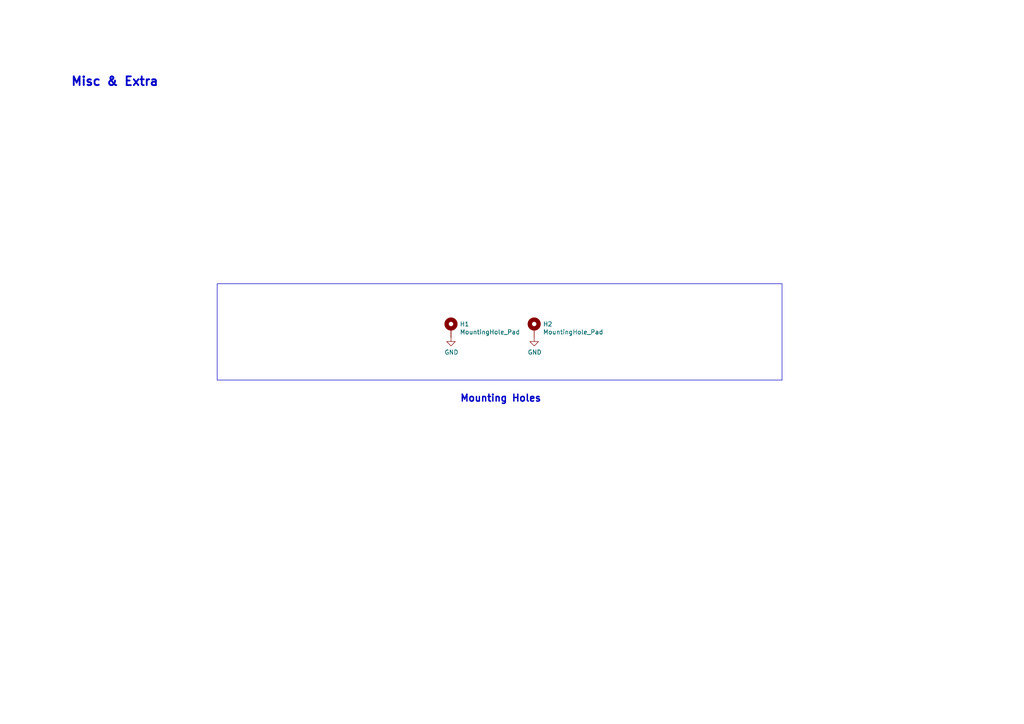
<source format=kicad_sch>
(kicad_sch (version 20250114) (generator "eeschema") (generator_version "9.0")
  (paper "A4")
  (title_block (title "Thunder4671") (date "2023-02-07") (rev "V1.0") (company "Yaseen M. Twati"))
  (lib_symbols
    (symbol "Mechanical:MountingHole_Pad" (pin_numbers (hide yes)) (pin_names (offset 1.016) (hide yes))
      (property "Reference" "H" (at 0 6.35 0))
      (property "Value" "MountingHole_Pad" (at 0 4.445 0))
      (symbol "MountingHole_Pad_0_1"
        (circle (center 0 1.27) (radius 1.27) (stroke (width 1.27)))
      )
      (symbol "MountingHole_Pad_1_1"
        (pin input line (at 0 -2.54 90) (length 2.54) (name "1") (number "1"))
      )
    )
    (symbol "power:GND" (power) (pin_names (offset 0))
      (property "Value" "GND" (at 0 -3.81 0))
      (symbol "GND_0_1"
        (polyline (pts (xy 0 0) (xy 0 -1.27) (xy 1.27 -1.27) (xy 0 -2.54) (xy -1.27 -1.27) (xy 0 -1.27)))
      )
      (symbol "GND_1_1"
        (pin power_in line (at 0 0 270) (length 0) (hide yes) (name "GND") (number "1"))
      )
    )
  )
  (text "Misc & Extra" (at 20.447 25.273 0) (effects (font (size 2.54 2.54) (thickness 0.508) (bold yes)) (justify left bottom)))
  (text "Mounting Holes" (at 133.35 116.84 0) (effects (font (size 2 2) (bold yes)) (justify left bottom)))
  (polyline (pts (xy 226.822 82.296) (xy 62.992 82.296)))
  (polyline (pts (xy 226.822 110.236) (xy 226.822 82.296)))
  (polyline (pts (xy 62.992 82.296) (xy 62.992 110.236)))
  (polyline (pts (xy 62.992 110.236) (xy 226.822 110.236)))
  (symbol (lib_id "power:GND") (at 154.94 97.79 0) (unit 1)
    (property "Reference" "#PWR0107" (effects (hide yes)))
    (property "Value" "GND" (at 155.067 102.1842 0))
  )
  (symbol (lib_id "Mechanical:MountingHole_Pad") (at 154.94 95.25 0) (unit 1)
    (property "Reference" "H2" (at 157.48 94.0054 0) (effects (justify left)))
    (property "Value" "MountingHole_Pad" (at 157.48 96.3168 0) (effects (justify left)))
    (property "Footprint" "MountingHole:MountingHole_3.2mm_M3_Pad_Via" (effects (hide yes)))
  )
  (symbol (lib_id "power:GND") (at 130.81 97.79 0) (unit 1)
    (property "Reference" "#PWR0106" (effects (hide yes)))
    (property "Value" "GND" (at 130.937 102.1842 0))
  )
  (symbol (lib_id "Mechanical:MountingHole_Pad") (at 130.81 95.25 0) (unit 1)
    (property "Reference" "H1" (at 133.35 94.0054 0) (effects (justify left)))
    (property "Value" "MountingHole_Pad" (at 133.35 96.3168 0) (effects (justify left)))
    (property "Footprint" "MountingHole:MountingHole_3.2mm_M3_Pad_Via" (effects (hide yes)))
  )
)
</source>
